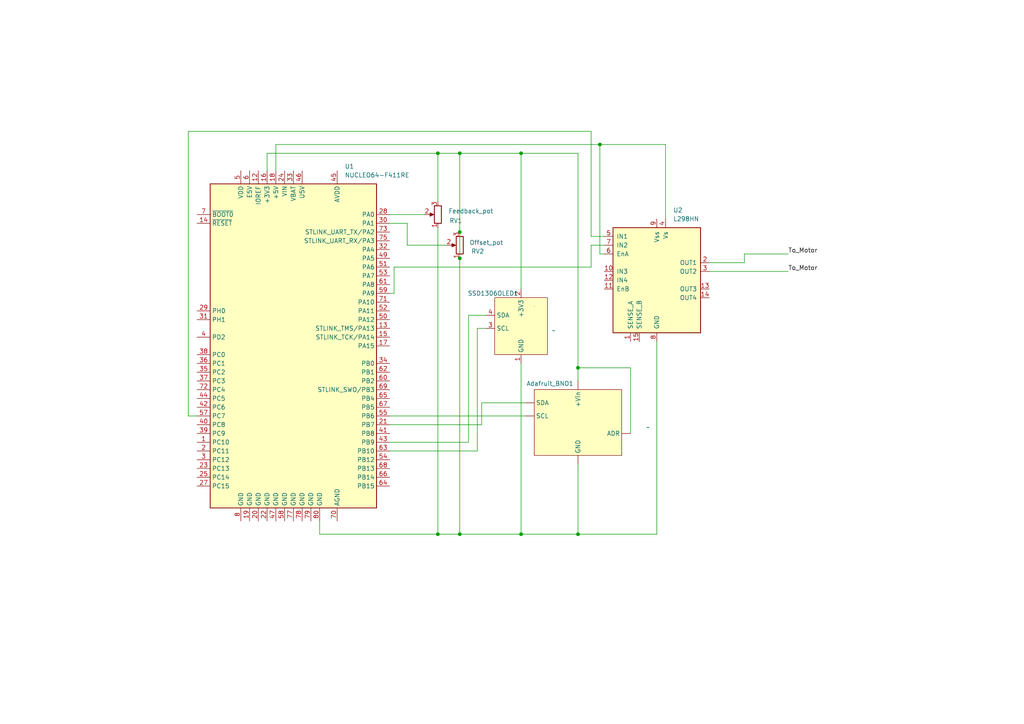
<source format=kicad_sch>
(kicad_sch (version 20231120) (generator "eeschema") (generator_version "8.0")
  (paper "A4")
  (lib_symbols
    (symbol "Device:R_Potentiometer" (pin_names (offset 1.016) hide)
      (property "Reference" "RV" (at -4.445 0 90))
      (property "Value" "R_Potentiometer" (at -2.54 0 90))
      (symbol "R_Potentiometer_0_1"
        (polyline (pts (xy 2.54 0) (xy 1.524 0)))
        (polyline (pts (xy 1.143 0) (xy 2.286 0.508) (xy 2.286 -0.508) (xy 1.143 0)) (fill (type outline)))
        (rectangle (start 1.016 2.54) (end -1.016 -2.54) (stroke (width 0.254)))
      )
      (symbol "R_Potentiometer_1_1"
        (pin passive line (at 0 3.81 270) (length 1.27) (name "1") (number "1"))
        (pin passive line (at 3.81 0 180) (length 1.27) (name "2") (number "2"))
        (pin passive line (at 0 -3.81 90) (length 1.27) (name "3") (number "3"))
      )
    )
    (symbol "Driver_Motor:L298HN" (pin_names (offset 1.016))
      (property "Reference" "U" (at -10.16 16.51 0))
      (property "Value" "L298HN" (at 12.7 16.51 0))
      (symbol "L298HN_0_1"
        (rectangle (start -12.7 15.24) (end 12.7 -15.24) (stroke (width 0.254)) (fill (type background)))
      )
      (symbol "L298HN_1_1"
        (pin power_in line (at -7.62 -17.78 90) (length 2.54) (name "SENSE_A") (number "1"))
        (pin input line (at -15.24 2.54 0) (length 2.54) (name "IN3") (number "10"))
        (pin input line (at -15.24 -2.54 0) (length 2.54) (name "EnB") (number "11"))
        (pin input line (at -15.24 0 0) (length 2.54) (name "IN4") (number "12"))
        (pin output line (at 15.24 -2.54 180) (length 2.54) (name "OUT3") (number "13"))
        (pin output line (at 15.24 -5.08 180) (length 2.54) (name "OUT4") (number "14"))
        (pin power_in line (at -5.08 -17.78 90) (length 2.54) (name "SENSE_B") (number "15"))
        (pin output line (at 15.24 5.08 180) (length 2.54) (name "OUT1") (number "2"))
        (pin output line (at 15.24 2.54 180) (length 2.54) (name "OUT2") (number "3"))
        (pin power_in line (at 2.54 17.78 270) (length 2.54) (name "Vs") (number "4"))
        (pin input line (at -15.24 12.7 0) (length 2.54) (name "IN1") (number "5"))
        (pin input line (at -15.24 7.62 0) (length 2.54) (name "EnA") (number "6"))
        (pin input line (at -15.24 10.16 0) (length 2.54) (name "IN2") (number "7"))
        (pin power_in line (at 0 -17.78 90) (length 2.54) (name "GND") (number "8"))
        (pin power_in line (at 0 17.78 270) (length 2.54) (name "Vss") (number "9"))
      )
    )
    (symbol "MCU_Module:NUCLEO64-F411RE"
      (property "Reference" "U" (at -17.78 50.165 0))
      (property "Value" "NUCLEO64-F411RE" (at -17.78 48.26 0))
      (symbol "NUCLEO64-F411RE_0_1"
        (rectangle (start -24.13 -46.99) (end 24.13 46.99) (stroke (width 0.254)) (fill (type background)))
      )
      (symbol "NUCLEO64-F411RE_1_1"
        (pin bidirectional line (at -27.94 -27.94 0) (length 3.81) (name "PC10") (number "1"))
        (pin no_connect line (at -24.13 20.32 0) (length 3.81) hide (name "NC") (number "10"))
        (pin no_connect line (at -24.13 15.24 0) (length 3.81) hide (name "NC") (number "11"))
        (pin power_in line (at -10.16 50.8 270) (length 3.81) (name "IOREF") (number "12"))
        (pin bidirectional line (at 27.94 5.08 180) (length 3.81) (name "STLINK_TMS/PA13") (number "13"))
        (pin input line (at -27.94 35.56 0) (length 3.81) (name "~{RESET}") (number "14"))
        (pin bidirectional line (at 27.94 2.54 180) (length 3.81) (name "STLINK_TCK/PA14") (number "15"))
        (pin power_in line (at -7.62 50.8 270) (length 3.81) (name "+3V3") (number "16"))
        (pin bidirectional line (at 27.94 0 180) (length 3.81) (name "PA15") (number "17"))
        (pin power_in line (at -5.08 50.8 270) (length 3.81) (name "+5V") (number "18"))
        (pin power_in line (at -12.7 -50.8 90) (length 3.81) (name "GND") (number "19"))
        (pin bidirectional line (at -27.94 -30.48 0) (length 3.81) (name "PC11") (number "2"))
        (pin power_in line (at -10.16 -50.8 90) (length 3.81) (name "GND") (number "20"))
        (pin bidirectional line (at 27.94 -22.86 180) (length 3.81) (name "PB7") (number "21"))
        (pin power_in line (at -7.62 -50.8 90) (length 3.81) (name "GND") (number "22"))
        (pin bidirectional line (at -27.94 -35.56 0) (length 3.81) (name "PC13") (number "23"))
        (pin power_in line (at -2.54 50.8 270) (length 3.81) (name "VIN") (number "24"))
        (pin bidirectional line (at -27.94 -38.1 0) (length 3.81) (name "PC14") (number "25"))
        (pin no_connect line (at -24.13 22.86 0) (length 3.81) hide (name "NC") (number "26"))
        (pin bidirectional line (at -27.94 -40.64 0) (length 3.81) (name "PC15") (number "27"))
        (pin bidirectional line (at 27.94 38.1 180) (length 3.81) (name "PA0") (number "28"))
        (pin bidirectional line (at -27.94 10.16 0) (length 3.81) (name "PH0") (number "29"))
        (pin bidirectional line (at -27.94 -33.02 0) (length 3.81) (name "PC12") (number "3"))
        (pin bidirectional line (at 27.94 35.56 180) (length 3.81) (name "PA1") (number "30"))
        (pin bidirectional line (at -27.94 7.62 0) (length 3.81) (name "PH1") (number "31"))
        (pin bidirectional line (at 27.94 27.94 180) (length 3.81) (name "PA4") (number "32"))
        (pin power_in line (at 0 50.8 270) (length 3.81) (name "VBAT") (number "33"))
        (pin bidirectional line (at 27.94 -5.08 180) (length 3.81) (name "PB0") (number "34"))
        (pin bidirectional line (at -27.94 -7.62 0) (length 3.81) (name "PC2") (number "35"))
        (pin bidirectional line (at -27.94 -5.08 0) (length 3.81) (name "PC1") (number "36"))
        (pin bidirectional line (at -27.94 -10.16 0) (length 3.81) (name "PC3") (number "37"))
        (pin bidirectional line (at -27.94 -2.54 0) (length 3.81) (name "PC0") (number "38"))
        (pin bidirectional line (at -27.94 -25.4 0) (length 3.81) (name "PC9") (number "39"))
        (pin bidirectional line (at -27.94 2.54 0) (length 3.81) (name "PD2") (number "4"))
        (pin bidirectional line (at -27.94 -22.86 0) (length 3.81) (name "PC8") (number "40"))
        (pin bidirectional line (at 27.94 -25.4 180) (length 3.81) (name "PB8") (number "41"))
        (pin bidirectional line (at -27.94 -17.78 0) (length 3.81) (name "PC6") (number "42"))
        (pin bidirectional line (at 27.94 -27.94 180) (length 3.81) (name "PB9") (number "43"))
        (pin bidirectional line (at -27.94 -15.24 0) (length 3.81) (name "PC5") (number "44"))
        (pin power_in line (at 12.7 50.8 270) (length 3.81) (name "AVDD") (number "45"))
        (pin power_in line (at 2.54 50.8 270) (length 3.81) (name "U5V") (number "46"))
        (pin power_in line (at -5.08 -50.8 90) (length 3.81) (name "GND") (number "47"))
        (pin no_connect line (at -24.13 25.4 0) (length 3.81) hide (name "NC") (number "48"))
        (pin bidirectional line (at 27.94 25.4 180) (length 3.81) (name "PA5") (number "49"))
        (pin power_in line (at -15.24 50.8 270) (length 3.81) (name "VDD") (number "5"))
        (pin bidirectional line (at 27.94 7.62 180) (length 3.81) (name "PA12") (number "50"))
        (pin bidirectional line (at 27.94 22.86 180) (length 3.81) (name "PA6") (number "51"))
        (pin bidirectional line (at 27.94 10.16 180) (length 3.81) (name "PA11") (number "52"))
        (pin bidirectional line (at 27.94 20.32 180) (length 3.81) (name "PA7") (number "53"))
        (pin bidirectional line (at 27.94 -33.02 180) (length 3.81) (name "PB12") (number "54"))
        (pin bidirectional line (at 27.94 -20.32 180) (length 3.81) (name "PB6") (number "55"))
        (pin no_connect line (at -24.13 33.02 0) (length 3.81) hide (name "NC") (number "56"))
        (pin bidirectional line (at -27.94 -20.32 0) (length 3.81) (name "PC7") (number "57"))
        (pin power_in line (at -2.54 -50.8 90) (length 3.81) (name "GND") (number "58"))
        (pin bidirectional line (at 27.94 15.24 180) (length 3.81) (name "PA9") (number "59"))
        (pin power_in line (at -12.7 50.8 270) (length 3.81) (name "E5V") (number "6"))
        (pin bidirectional line (at 27.94 -10.16 180) (length 3.81) (name "PB2") (number "60"))
        (pin bidirectional line (at 27.94 17.78 180) (length 3.81) (name "PA8") (number "61"))
        (pin bidirectional line (at 27.94 -7.62 180) (length 3.81) (name "PB1") (number "62"))
        (pin bidirectional line (at 27.94 -30.48 180) (length 3.81) (name "PB10") (number "63"))
        (pin bidirectional line (at 27.94 -40.64 180) (length 3.81) (name "PB15") (number "64"))
        (pin bidirectional line (at 27.94 -15.24 180) (length 3.81) (name "PB4") (number "65"))
        (pin bidirectional line (at 27.94 -38.1 180) (length 3.81) (name "PB14") (number "66"))
        (pin bidirectional line (at 27.94 -17.78 180) (length 3.81) (name "PB5") (number "67"))
        (pin bidirectional line (at 27.94 -35.56 180) (length 3.81) (name "PB13") (number "68"))
        (pin bidirectional line (at 27.94 -12.7 180) (length 3.81) (name "STLINK_SWO/PB3") (number "69"))
        (pin input line (at -27.94 38.1 0) (length 3.81) (name "~{BOOT0}") (number "7"))
        (pin power_in line (at 12.7 -50.8 90) (length 3.81) (name "AGND") (number "70"))
        (pin bidirectional line (at 27.94 12.7 180) (length 3.81) (name "PA10") (number "71"))
        (pin bidirectional line (at -27.94 -12.7 0) (length 3.81) (name "PC4") (number "72"))
        (pin bidirectional line (at 27.94 33.02 180) (length 3.81) (name "STLINK_UART_TX/PA2") (number "73"))
        (pin no_connect line (at -24.13 30.48 0) (length 3.81) hide (name "NC") (number "74"))
        (pin bidirectional line (at 27.94 30.48 180) (length 3.81) (name "STLINK_UART_RX/PA3") (number "75"))
        (pin no_connect line (at -24.13 27.94 0) (length 3.81) hide (name "NC") (number "76"))
        (pin power_in line (at 0 -50.8 90) (length 3.81) (name "GND") (number "77"))
        (pin power_in line (at 2.54 -50.8 90) (length 3.81) (name "GND") (number "78"))
        (pin power_in line (at 5.08 -50.8 90) (length 3.81) (name "GND") (number "79"))
        (pin power_in line (at -15.24 -50.8 90) (length 3.81) (name "GND") (number "8"))
        (pin power_in line (at 7.62 -50.8 90) (length 3.81) (name "GND") (number "80"))
        (pin no_connect line (at -24.13 17.78 0) (length 3.81) hide (name "NC") (number "9"))
      )
    )
    (symbol "New_Library:BNO055"
      (property "Reference" "Adafruit_BNO055" (at -9.398 10.16 0))
      (symbol "BNO055_1_1"
        (rectangle (start -12.7 8.89) (end 12.7 -10.16) (fill (type background)))
        (pin input line (at 0 11.43 270) (length 2.54) (name "+Vin") (number ""))
        (pin input line (at 15.24 -3.81 180) (length 2.54) (name "ADR") (number ""))
        (pin input line (at 0 -12.7 90) (length 2.54) (name "GND") (number ""))
        (pin input line (at -15.24 1.27 0) (length 2.54) (name "SCL") (number ""))
        (pin input line (at -15.24 5.08 0) (length 2.54) (name "SDA") (number ""))
      )
    )
    (symbol "New_Library:ssd_oled"
      (property "Reference" "SSD1306OLED" (at -8.89 5.08 0))
      (symbol "ssd_oled_0_1"
        (rectangle (start 3.81 1.27) (end 3.81 1.27))
      )
      (symbol "ssd_oled_1_1"
        (rectangle (start -7.62 3.81) (end 7.62 -12.7) (fill (type background)))
        (pin input line (at 0 -15.24 90) (length 2.54) (name "GND") (number "1"))
        (pin input line (at 0 6.35 270) (length 2.54) (name "+3V3") (number "2"))
        (pin input line (at -10.16 -5.08 0) (length 2.54) (name "SCL") (number "3"))
        (pin input line (at -10.16 -1.27 0) (length 2.54) (name "SDA") (number "4"))
      )
    )
    (symbol "R_Potentiometer_1" (pin_names (offset 1.016) hide)
      (property "Reference" "RV" (at -4.445 0 90))
      (property "Value" "R_Potentiometer" (at -2.54 0 90))
      (symbol "R_Potentiometer_1_0_1"
        (polyline (pts (xy 2.54 0) (xy 1.524 0)))
        (polyline (pts (xy 1.143 0) (xy 2.286 0.508) (xy 2.286 -0.508) (xy 1.143 0)) (fill (type outline)))
        (rectangle (start 1.016 2.54) (end -1.016 -2.54) (stroke (width 0.254)))
      )
      (symbol "R_Potentiometer_1_1_1"
        (pin passive line (at 0 3.81 270) (length 1.27) (name "1") (number "1"))
        (pin passive line (at 3.81 0 180) (length 1.27) (name "2") (number "2"))
        (pin passive line (at 0 -3.81 90) (length 1.27) (name "3") (number "3"))
      )
    )
  )
  (junction (at 151.13 44.45))
  (junction (at 173.99 41.91))
  (junction (at 127 154.94))
  (junction (at 167.64 106.68))
  (junction (at 167.64 154.94))
  (junction (at 133.35 67.31))
  (junction (at 133.35 154.94))
  (junction (at 133.35 44.45))
  (junction (at 151.13 154.94))
  (junction (at 133.35 74.93))
  (junction (at 127 44.45))
  (wire (pts (xy 80.01 41.91) (xy 80.01 49.53)))
  (wire (pts (xy 151.13 44.45) (xy 151.13 83.82)))
  (wire (pts (xy 151.13 105.41) (xy 151.13 154.94)))
  (wire (pts (xy 151.13 44.45) (xy 167.64 44.45)))
  (wire (pts (xy 113.03 85.09) (xy 114.3 85.09)))
  (wire (pts (xy 127 44.45) (xy 127 58.42)))
  (wire (pts (xy 173.99 41.91) (xy 173.99 73.66)))
  (wire (pts (xy 215.9 73.66) (xy 228.6 73.66)))
  (wire (pts (xy 135.89 128.27) (xy 135.89 91.44)))
  (wire (pts (xy 190.5 99.06) (xy 190.5 154.94)))
  (wire (pts (xy 193.04 63.5) (xy 193.04 41.91)))
  (wire (pts (xy 173.99 73.66) (xy 175.26 73.66)))
  (wire (pts (xy 92.71 154.94) (xy 127 154.94)))
  (wire (pts (xy 205.74 78.74) (xy 228.6 78.74)))
  (wire (pts (xy 92.71 151.13) (xy 92.71 154.94)))
  (wire (pts (xy 171.45 71.12) (xy 175.26 71.12)))
  (wire (pts (xy 113.03 128.27) (xy 135.89 128.27)))
  (wire (pts (xy 171.45 77.47) (xy 171.45 71.12)))
  (wire (pts (xy 138.43 130.81) (xy 138.43 95.25)))
  (wire (pts (xy 167.64 106.68) (xy 167.64 110.49)))
  (wire (pts (xy 133.35 44.45) (xy 151.13 44.45)))
  (wire (pts (xy 113.03 120.65) (xy 152.4 120.65)))
  (wire (pts (xy 171.45 38.1) (xy 171.45 68.58)))
  (wire (pts (xy 118.11 71.12) (xy 129.54 71.12)))
  (wire (pts (xy 171.45 68.58) (xy 175.26 68.58)))
  (wire (pts (xy 133.35 154.94) (xy 151.13 154.94)))
  (wire (pts (xy 173.99 41.91) (xy 80.01 41.91)))
  (wire (pts (xy 113.03 62.23) (xy 123.19 62.23)))
  (wire (pts (xy 114.3 77.47) (xy 171.45 77.47)))
  (wire (pts (xy 215.9 76.2) (xy 215.9 73.66)))
  (wire (pts (xy 190.5 154.94) (xy 167.64 154.94)))
  (wire (pts (xy 193.04 41.91) (xy 173.99 41.91)))
  (wire (pts (xy 139.7 116.84) (xy 152.4 116.84)))
  (wire (pts (xy 151.13 154.94) (xy 167.64 154.94)))
  (wire (pts (xy 118.11 64.77) (xy 118.11 71.12)))
  (wire (pts (xy 138.43 95.25) (xy 140.97 95.25)))
  (wire (pts (xy 113.03 64.77) (xy 118.11 64.77)))
  (wire (pts (xy 182.88 106.68) (xy 182.88 125.73)))
  (wire (pts (xy 135.89 91.44) (xy 140.97 91.44)))
  (wire (pts (xy 77.47 49.53) (xy 77.47 44.45)))
  (wire (pts (xy 114.3 85.09) (xy 114.3 77.47)))
  (wire (pts (xy 113.03 130.81) (xy 138.43 130.81)))
  (wire (pts (xy 77.47 44.45) (xy 127 44.45)))
  (wire (pts (xy 167.64 44.45) (xy 167.64 106.68)))
  (wire (pts (xy 133.35 74.93) (xy 133.35 67.31)))
  (wire (pts (xy 139.7 123.19) (xy 139.7 116.84)))
  (wire (pts (xy 133.35 74.93) (xy 133.35 154.94)))
  (wire (pts (xy 167.64 106.68) (xy 182.88 106.68)))
  (wire (pts (xy 167.64 134.62) (xy 167.64 154.94)))
  (wire (pts (xy 113.03 123.19) (xy 139.7 123.19)))
  (wire (pts (xy 205.74 76.2) (xy 215.9 76.2)))
  (wire (pts (xy 133.35 44.45) (xy 133.35 67.31)))
  (wire (pts (xy 54.61 38.1) (xy 54.61 120.65)))
  (wire (pts (xy 54.61 120.65) (xy 57.15 120.65)))
  (wire (pts (xy 127 66.04) (xy 127 154.94)))
  (wire (pts (xy 127 44.45) (xy 133.35 44.45)))
  (wire (pts (xy 127 154.94) (xy 133.35 154.94)))
  (wire (pts (xy 54.61 38.1) (xy 171.45 38.1)))
  (label "To_Motor" (at 228.6 78.74 0))
  (label "To_Motor" (at 228.6 73.66 0))
  (symbol (lib_id "New_Library:BNO055") (at 167.64 121.92 0) (unit 1)
    (property "Reference" "Adafruit_BNO1" (at 159.512 111.252 0))
    (property "Value" "~" (at 187.96 123.9519 0))
  )
  (symbol (lib_id "MCU_Module:NUCLEO64-F411RE") (at 85.09 100.33 0) (unit 1)
    (property "Reference" "U1" (at 99.9841 48.26 0) (effects (justify left)))
    (property "Value" "NUCLEO64-F411RE" (at 99.9841 50.8 0) (effects (justify left)))
    (property "Footprint" "Module:ST_Morpho_Connector_144_STLink" (effects (hide yes)))
    (property "Datasheet" "http://www.st.com/st-web-ui/static/active/en/resource/technical/document/data_brief/DM00105918.pdf" (effects (hide yes)))
    (property "Description" "Nucleo 64 Development Board with STM32F411RET6 MCU, 128kB RAM, 512KB FLASH" (effects (hide yes)))
  )
  (symbol (lib_id "New_Library:ssd_oled") (at 151.13 90.17 0) (unit 1)
    (property "Reference" "SSD1306OLED1" (at 135.636 85.09 0) (effects (justify left)))
    (property "Value" "~" (at 160.02 95.885 0) (effects (justify left)))
  )
  (symbol (lib_name "R_Potentiometer_1") (lib_id "Device:R_Potentiometer") (at 127 62.23 180) (unit 1)
    (property "Reference" "RV1" (at 130.302 64.008 0) (effects (justify right)))
    (property "Value" "Feedback_pot" (at 130.048 61.214 0) (effects (justify right)))
    (property "Description" "Potentiometer" (effects (hide yes)))
  )
  (symbol (lib_id "Driver_Motor:L298HN") (at 190.5 81.28 0) (unit 1)
    (property "Reference" "U2" (at 195.2341 60.96 0) (effects (justify left)))
    (property "Value" "L298HN" (at 195.2341 63.5 0) (effects (justify left)))
    (property "Footprint" "Package_TO_SOT_THT:TO-220-15_P2.54x2.54mm_StaggerOdd_Lead5.84mm_TabDown" (effects (hide yes)))
    (property "Datasheet" "http://www.st.com/st-web-ui/static/active/en/resource/technical/document/datasheet/CD00000240.pdf" (effects (hide yes)))
    (property "Description" "Dual full bridge motor driver, up to 46V, 4A, Multiwatt15-H" (effects (hide yes)))
  )
  (symbol (lib_id "Device:R_Potentiometer") (at 133.35 71.12 180) (unit 1)
    (property "Reference" "RV2" (at 136.652 72.898 0) (effects (justify right)))
    (property "Value" "Offset_pot" (at 136.144 70.358 0) (effects (justify right)))
    (property "Description" "Potentiometer" (effects (hide yes)))
  )
)
</source>
